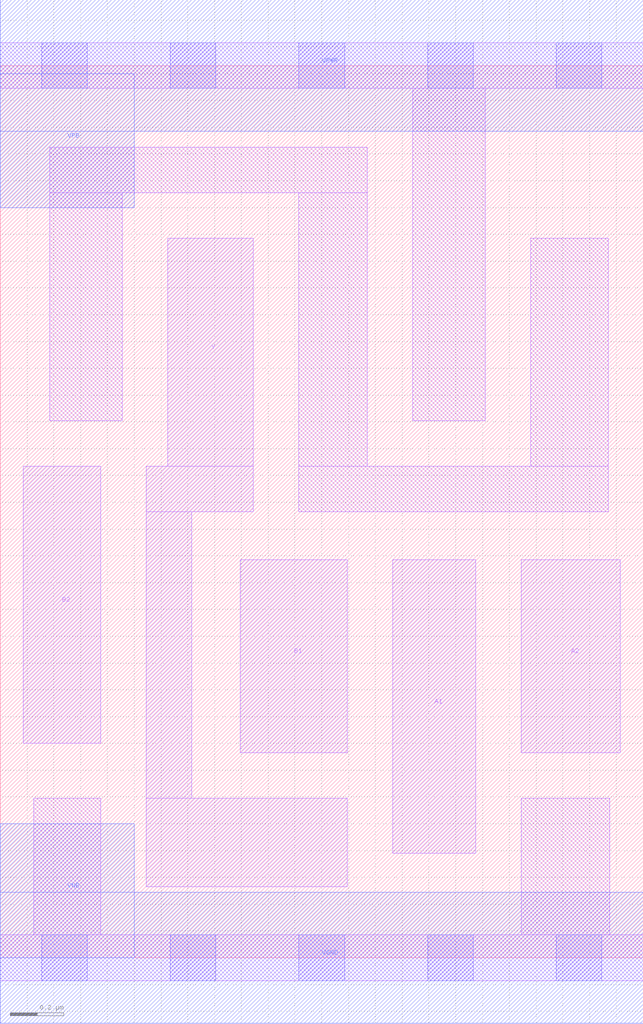
<source format=lef>
# Copyright 2020 The SkyWater PDK Authors
#
# Licensed under the Apache License, Version 2.0 (the "License");
# you may not use this file except in compliance with the License.
# You may obtain a copy of the License at
#
#     https://www.apache.org/licenses/LICENSE-2.0
#
# Unless required by applicable law or agreed to in writing, software
# distributed under the License is distributed on an "AS IS" BASIS,
# WITHOUT WARRANTIES OR CONDITIONS OF ANY KIND, either express or implied.
# See the License for the specific language governing permissions and
# limitations under the License.
#
# SPDX-License-Identifier: Apache-2.0

VERSION 5.5 ;
NAMESCASESENSITIVE ON ;
BUSBITCHARS "[]" ;
DIVIDERCHAR "/" ;
MACRO sky130_fd_sc_lp__a22oi_0
  CLASS CORE ;
  SOURCE USER ;
  ORIGIN  0.000000  0.000000 ;
  SIZE  2.400000 BY  3.330000 ;
  SYMMETRY X Y R90 ;
  SITE unit ;
  PIN A1
    ANTENNAGATEAREA  0.159000 ;
    DIRECTION INPUT ;
    USE SIGNAL ;
    PORT
      LAYER li1 ;
        RECT 1.465000 0.390000 1.775000 1.485000 ;
    END
  END A1
  PIN A2
    ANTENNAGATEAREA  0.159000 ;
    DIRECTION INPUT ;
    USE SIGNAL ;
    PORT
      LAYER li1 ;
        RECT 1.945000 0.765000 2.315000 1.485000 ;
    END
  END A2
  PIN B1
    ANTENNAGATEAREA  0.159000 ;
    DIRECTION INPUT ;
    USE SIGNAL ;
    PORT
      LAYER li1 ;
        RECT 0.895000 0.765000 1.295000 1.485000 ;
    END
  END B1
  PIN B2
    ANTENNAGATEAREA  0.159000 ;
    DIRECTION INPUT ;
    USE SIGNAL ;
    PORT
      LAYER li1 ;
        RECT 0.085000 0.800000 0.375000 1.835000 ;
    END
  END B2
  PIN Y
    ANTENNADIFFAREA  0.355600 ;
    DIRECTION OUTPUT ;
    USE SIGNAL ;
    PORT
      LAYER li1 ;
        RECT 0.545000 0.265000 1.295000 0.595000 ;
        RECT 0.545000 0.595000 0.715000 1.665000 ;
        RECT 0.545000 1.665000 0.945000 1.835000 ;
        RECT 0.625000 1.835000 0.945000 2.685000 ;
    END
  END Y
  PIN VGND
    DIRECTION INOUT ;
    USE GROUND ;
    PORT
      LAYER met1 ;
        RECT 0.000000 -0.245000 2.400000 0.245000 ;
    END
  END VGND
  PIN VNB
    DIRECTION INOUT ;
    USE GROUND ;
    PORT
      LAYER met1 ;
        RECT 0.000000 0.000000 0.500000 0.500000 ;
    END
  END VNB
  PIN VPB
    DIRECTION INOUT ;
    USE POWER ;
    PORT
      LAYER met1 ;
        RECT 0.000000 2.800000 0.500000 3.300000 ;
    END
  END VPB
  PIN VPWR
    DIRECTION INOUT ;
    USE POWER ;
    PORT
      LAYER met1 ;
        RECT 0.000000 3.085000 2.400000 3.575000 ;
    END
  END VPWR
  OBS
    LAYER li1 ;
      RECT 0.000000 -0.085000 2.400000 0.085000 ;
      RECT 0.000000  3.245000 2.400000 3.415000 ;
      RECT 0.125000  0.085000 0.375000 0.595000 ;
      RECT 0.185000  2.005000 0.455000 2.855000 ;
      RECT 0.185000  2.855000 1.370000 3.025000 ;
      RECT 1.115000  1.665000 2.270000 1.835000 ;
      RECT 1.115000  1.835000 1.370000 2.855000 ;
      RECT 1.540000  2.005000 1.810000 3.245000 ;
      RECT 1.945000  0.085000 2.275000 0.595000 ;
      RECT 1.980000  1.835000 2.270000 2.685000 ;
    LAYER mcon ;
      RECT 0.155000 -0.085000 0.325000 0.085000 ;
      RECT 0.155000  3.245000 0.325000 3.415000 ;
      RECT 0.635000 -0.085000 0.805000 0.085000 ;
      RECT 0.635000  3.245000 0.805000 3.415000 ;
      RECT 1.115000 -0.085000 1.285000 0.085000 ;
      RECT 1.115000  3.245000 1.285000 3.415000 ;
      RECT 1.595000 -0.085000 1.765000 0.085000 ;
      RECT 1.595000  3.245000 1.765000 3.415000 ;
      RECT 2.075000 -0.085000 2.245000 0.085000 ;
      RECT 2.075000  3.245000 2.245000 3.415000 ;
  END
END sky130_fd_sc_lp__a22oi_0
END LIBRARY

</source>
